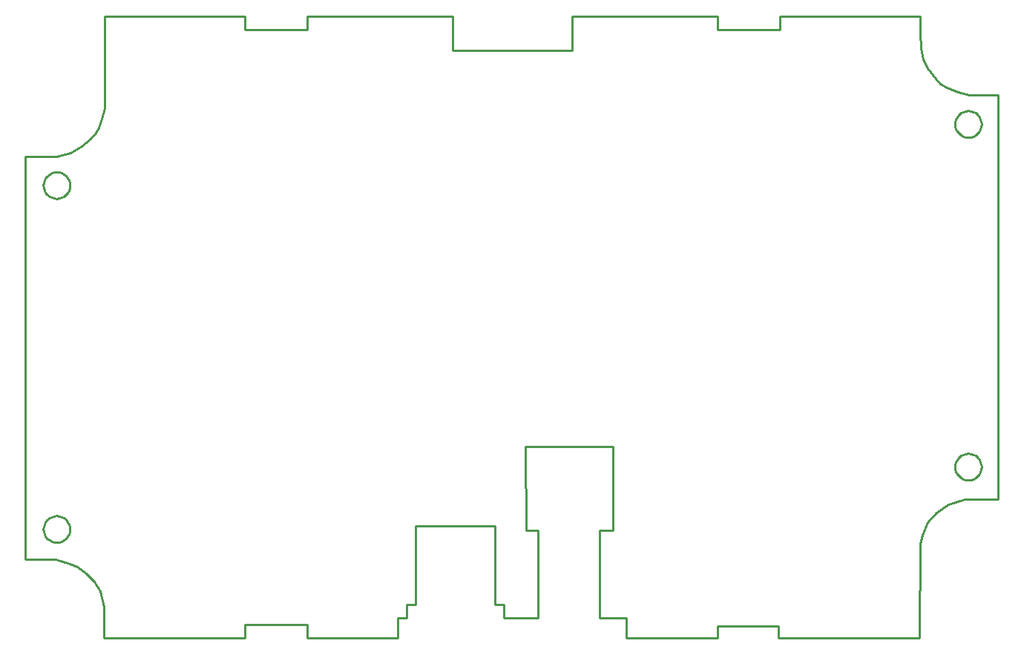
<source format=gko>
G04 Layer: BoardOutlineLayer*
G04 EasyEDA v6.5.51, 2025-12-08 09:47:30*
G04 7167e3a2cd4a4cc2b36d8ec3c7a0698f,d159c27349c1460ca4c4e21dfb61053a,10*
G04 Gerber Generator version 0.2*
G04 Scale: 100 percent, Rotated: No, Reflected: No *
G04 Dimensions in millimeters *
G04 leading zeros omitted , absolute positions ,4 integer and 5 decimal *
%FSLAX45Y45*%
%MOMM*%

%ADD10C,0.2540*%
%ADD11C,0.0141*%
D10*
X10756900Y2108200D02*
G01*
X10786282Y2105355D01*
X10813752Y2097181D01*
X10838781Y2084219D01*
X10860819Y2067011D01*
X10884618Y2038388D01*
X10897580Y2013366D01*
X10905741Y1985888D01*
X10908593Y1956508D01*
X10905741Y1927120D01*
X10897580Y1899643D01*
X10884618Y1874621D01*
X10860819Y1845995D01*
X10838781Y1828787D01*
X10813752Y1815828D01*
X10786282Y1807654D01*
X10756900Y1804814D01*
X10727507Y1807654D01*
X10700037Y1815828D01*
X10675007Y1828787D01*
X10652980Y1845995D01*
X10629181Y1874621D01*
X10616219Y1899643D01*
X10608048Y1927120D01*
X10605208Y1956508D01*
X10608048Y1985888D01*
X10616219Y2013366D01*
X10629181Y2038388D01*
X10646394Y2060427D01*
X10675007Y2084219D01*
X10700037Y2097181D01*
X10727507Y2105355D01*
X10756900Y2108200D01*
X10756900Y6019800D02*
G01*
X10786282Y6016952D01*
X10813752Y6008786D01*
X10838781Y5995819D01*
X10860819Y5978611D01*
X10884618Y5949993D01*
X10897580Y5924966D01*
X10905741Y5897493D01*
X10908593Y5868106D01*
X10905741Y5838718D01*
X10897580Y5811248D01*
X10884618Y5786219D01*
X10860819Y5757595D01*
X10838781Y5740387D01*
X10813752Y5727428D01*
X10786282Y5719259D01*
X10756900Y5716414D01*
X10727507Y5719259D01*
X10700037Y5727428D01*
X10675007Y5740387D01*
X10652980Y5757595D01*
X10629181Y5786219D01*
X10616219Y5811248D01*
X10608048Y5838718D01*
X10605208Y5868106D01*
X10608048Y5897493D01*
X10616219Y5924966D01*
X10629181Y5949993D01*
X10646394Y5972025D01*
X10675007Y5995819D01*
X10700037Y6008786D01*
X10727507Y6016952D01*
X10756900Y6019800D01*
X355600Y1397000D02*
G01*
X384987Y1394155D01*
X412462Y1385986D01*
X437487Y1373027D01*
X459519Y1355818D01*
X483318Y1327195D01*
X496280Y1302166D01*
X504451Y1274696D01*
X507298Y1245308D01*
X504451Y1215920D01*
X496280Y1188448D01*
X483318Y1163421D01*
X466110Y1141389D01*
X437487Y1117594D01*
X412462Y1104628D01*
X384987Y1096454D01*
X355600Y1093614D01*
X326217Y1096454D01*
X298742Y1104628D01*
X273718Y1117594D01*
X245094Y1141389D01*
X227886Y1163421D01*
X214924Y1188448D01*
X206753Y1215920D01*
X203906Y1245308D01*
X206753Y1274696D01*
X214924Y1302166D01*
X227886Y1327195D01*
X245094Y1349227D01*
X273718Y1373027D01*
X298742Y1385986D01*
X326217Y1394155D01*
X355600Y1397000D01*
X355600Y5321300D02*
G01*
X384987Y5318460D01*
X412462Y5310286D01*
X437487Y5297327D01*
X459519Y5280118D01*
X483318Y5251493D01*
X496280Y5226471D01*
X504451Y5198993D01*
X507298Y5169606D01*
X504451Y5140225D01*
X496280Y5112748D01*
X483318Y5087726D01*
X466110Y5065687D01*
X437487Y5041894D01*
X412462Y5028933D01*
X384987Y5020759D01*
X355600Y5017914D01*
X326217Y5020759D01*
X298742Y5028933D01*
X273718Y5041894D01*
X245094Y5065687D01*
X227886Y5087726D01*
X214924Y5112748D01*
X206753Y5140225D01*
X203906Y5169606D01*
X206753Y5198993D01*
X214924Y5226471D01*
X227886Y5251493D01*
X245094Y5273527D01*
X273718Y5297327D01*
X298742Y5310286D01*
X326217Y5318460D01*
X355600Y5321300D01*
X10769600Y6197600D02*
G01*
X10635488Y6237731D01*
X10508488Y6288531D01*
X10439400Y6324600D01*
X10381488Y6390131D01*
X10292588Y6504431D01*
X10241788Y6606031D01*
X10216388Y6733031D01*
X10210800Y6908800D01*
X10210800Y7099300D01*
X8610600Y7099300D01*
X8610600Y6946900D01*
X7899400Y6946900D01*
X7899400Y7099300D01*
X6235700Y7099300D01*
X6235700Y6705600D01*
X4876800Y6705600D01*
X4876800Y7099300D01*
X3213100Y7099300D01*
X3213100Y6946900D01*
X2501900Y6946900D01*
X2501900Y7099300D01*
X901700Y7099300D01*
X901700Y6045200D01*
X869187Y5932931D01*
X831087Y5831331D01*
X800100Y5765800D01*
X742187Y5704331D01*
X640587Y5615431D01*
X513587Y5539231D01*
X348487Y5501131D01*
X0Y5499100D01*
X0Y901700D01*
X342900Y901700D01*
X508000Y850900D01*
X589787Y814831D01*
X691387Y738631D01*
X780287Y649731D01*
X850900Y533400D01*
X894587Y357631D01*
X894587Y2031D01*
X2501900Y0D01*
X2501900Y152400D01*
X3213100Y152400D01*
X3213100Y0D01*
X4247388Y2031D01*
X4247388Y230631D01*
X4348988Y230631D01*
X4348988Y383031D01*
X4450588Y383031D01*
X4450588Y1284731D01*
X5352288Y1284731D01*
X5352288Y383031D01*
X5453888Y383031D01*
X5453888Y230631D01*
X5847588Y230631D01*
X5847588Y1233931D01*
X5707888Y1233931D01*
X5705602Y2186431D01*
X6698488Y2186431D01*
X6698488Y1233931D01*
X6546088Y1233931D01*
X6546088Y230631D01*
X6850888Y230631D01*
X6850888Y2031D01*
X7892288Y2031D01*
X7892288Y141731D01*
X8590788Y141731D01*
X8590788Y2031D01*
X10198100Y0D01*
X10203688Y1081531D01*
X10229088Y1183131D01*
X10292588Y1322831D01*
X10394188Y1437131D01*
X10529061Y1528571D01*
X10711688Y1589531D01*
X11099800Y1587500D01*
X11099800Y6197600D01*
X10769600Y6197600D01*

%LPD*%
M02*

</source>
